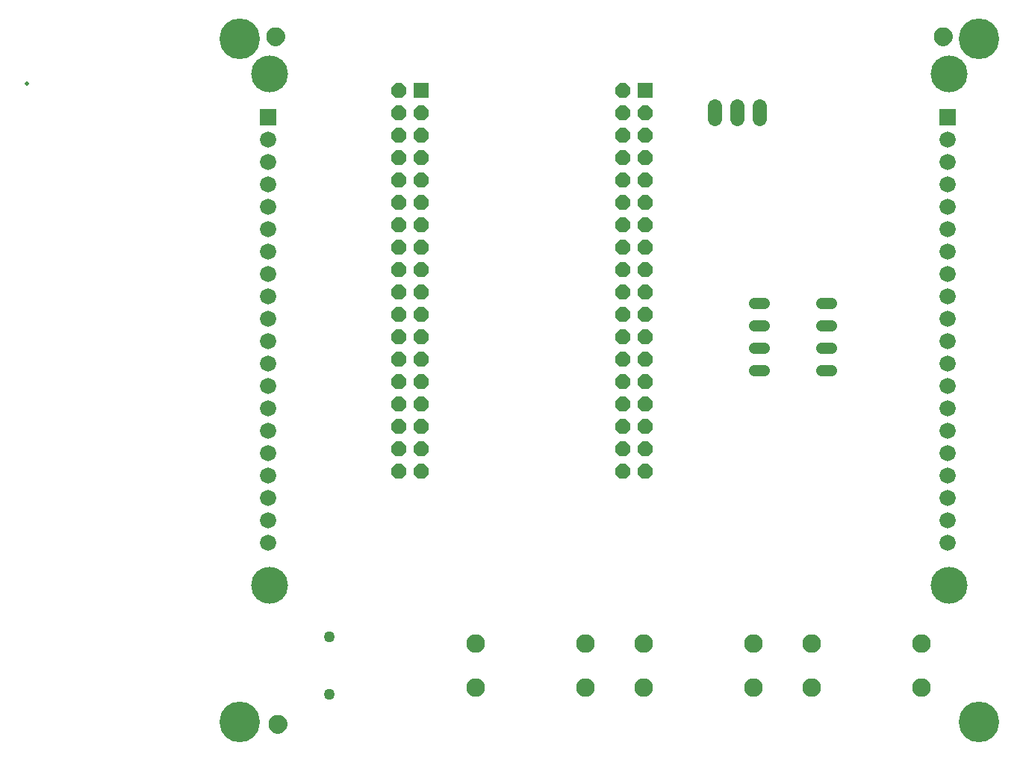
<source format=gbr>
G04 EAGLE Gerber RS-274X export*
G75*
%MOMM*%
%FSLAX34Y34*%
%LPD*%
%INSoldermask Top*%
%IPPOS*%
%AMOC8*
5,1,8,0,0,1.08239X$1,22.5*%
G01*
%ADD10C,0.502400*%
%ADD11C,1.272400*%
%ADD12C,1.574800*%
%ADD13C,2.112400*%
%ADD14R,1.676400X1.676400*%
%ADD15P,1.814519X8X292.500000*%
%ADD16R,1.828800X1.828800*%
%ADD17C,1.828800*%
%ADD18C,4.168400*%
%ADD19C,1.290319*%
%ADD20C,0.609600*%
%ADD21C,1.168400*%
%ADD22C,4.597400*%


D10*
X-215900Y749300D03*
D11*
X127000Y56400D03*
X127000Y121400D03*
D12*
X614680Y709168D02*
X614680Y723392D01*
X589280Y723392D02*
X589280Y709168D01*
X563880Y709168D02*
X563880Y723392D01*
D13*
X293100Y63900D03*
X293100Y113900D03*
X418100Y113900D03*
X418100Y63900D03*
X483600Y63900D03*
X483600Y113900D03*
X608600Y113900D03*
X608600Y63900D03*
X674100Y63900D03*
X674100Y113900D03*
X799100Y113900D03*
X799100Y63900D03*
D14*
X485400Y741000D03*
D15*
X460000Y741000D03*
X485400Y715600D03*
X460000Y715600D03*
X485400Y690200D03*
X460000Y690200D03*
X485400Y664800D03*
X460000Y664800D03*
X485400Y639400D03*
X460000Y639400D03*
X485400Y614000D03*
X460000Y614000D03*
X485400Y588600D03*
X460000Y588600D03*
X485400Y563200D03*
X460000Y563200D03*
X485400Y537800D03*
X460000Y537800D03*
X485400Y512400D03*
X460000Y512400D03*
X485400Y487000D03*
X460000Y487000D03*
X485400Y461600D03*
X460000Y461600D03*
X485400Y436200D03*
X460000Y436200D03*
X485400Y410800D03*
X460000Y410800D03*
X485400Y385400D03*
X460000Y385400D03*
X485400Y360000D03*
X460000Y360000D03*
X485400Y334600D03*
X460000Y334600D03*
X485400Y309200D03*
X460000Y309200D03*
D14*
X231400Y741000D03*
D15*
X206000Y741000D03*
X231400Y715600D03*
X206000Y715600D03*
X231400Y690200D03*
X206000Y690200D03*
X231400Y664800D03*
X206000Y664800D03*
X231400Y639400D03*
X206000Y639400D03*
X231400Y614000D03*
X206000Y614000D03*
X231400Y588600D03*
X206000Y588600D03*
X231400Y563200D03*
X206000Y563200D03*
X231400Y537800D03*
X206000Y537800D03*
X231400Y512400D03*
X206000Y512400D03*
X231400Y487000D03*
X206000Y487000D03*
X231400Y461600D03*
X206000Y461600D03*
X231400Y436200D03*
X206000Y436200D03*
X231400Y410800D03*
X206000Y410800D03*
X231400Y385400D03*
X206000Y385400D03*
X231400Y360000D03*
X206000Y360000D03*
X231400Y334600D03*
X206000Y334600D03*
X231400Y309200D03*
X206000Y309200D03*
D16*
X828040Y711200D03*
D17*
X828040Y685800D03*
X828040Y660400D03*
X828040Y635000D03*
X828040Y609600D03*
X828040Y584200D03*
X828040Y558800D03*
X828040Y533400D03*
X828040Y508000D03*
X828040Y482600D03*
X828040Y457200D03*
X828040Y431800D03*
X828040Y406400D03*
X828040Y381000D03*
X828040Y355600D03*
X828040Y330200D03*
X828040Y304800D03*
X828040Y279400D03*
X828040Y254000D03*
X828040Y228600D03*
D16*
X58040Y711200D03*
D17*
X58040Y685800D03*
X58040Y660400D03*
X58040Y635000D03*
X58040Y609600D03*
X58040Y584200D03*
X58040Y558800D03*
X58040Y533400D03*
X58040Y508000D03*
X58040Y482600D03*
X58040Y457200D03*
X58040Y431800D03*
X58040Y406400D03*
X58040Y381000D03*
X58040Y355600D03*
X58040Y330200D03*
X58040Y304800D03*
X58040Y279400D03*
X58040Y254000D03*
X58040Y228600D03*
D18*
X829740Y759900D03*
X829740Y179900D03*
X59740Y759900D03*
X59740Y179900D03*
D19*
X685190Y500380D02*
X696570Y500380D01*
X696570Y474980D02*
X685190Y474980D01*
X620370Y474980D02*
X608990Y474980D01*
X608990Y500380D02*
X620370Y500380D01*
X685190Y449580D02*
X696570Y449580D01*
X696570Y424180D02*
X685190Y424180D01*
X620370Y449580D02*
X608990Y449580D01*
X608990Y424180D02*
X620370Y424180D01*
D20*
X58420Y802640D02*
X58422Y802827D01*
X58429Y803014D01*
X58441Y803201D01*
X58457Y803387D01*
X58477Y803573D01*
X58502Y803758D01*
X58532Y803943D01*
X58566Y804127D01*
X58605Y804310D01*
X58648Y804492D01*
X58696Y804672D01*
X58748Y804852D01*
X58805Y805030D01*
X58865Y805207D01*
X58931Y805382D01*
X59000Y805556D01*
X59074Y805728D01*
X59152Y805898D01*
X59234Y806066D01*
X59320Y806232D01*
X59410Y806396D01*
X59504Y806557D01*
X59602Y806717D01*
X59704Y806873D01*
X59810Y807028D01*
X59920Y807179D01*
X60033Y807328D01*
X60150Y807474D01*
X60270Y807617D01*
X60394Y807757D01*
X60521Y807894D01*
X60652Y808028D01*
X60786Y808159D01*
X60923Y808286D01*
X61063Y808410D01*
X61206Y808530D01*
X61352Y808647D01*
X61501Y808760D01*
X61652Y808870D01*
X61807Y808976D01*
X61963Y809078D01*
X62123Y809176D01*
X62284Y809270D01*
X62448Y809360D01*
X62614Y809446D01*
X62782Y809528D01*
X62952Y809606D01*
X63124Y809680D01*
X63298Y809749D01*
X63473Y809815D01*
X63650Y809875D01*
X63828Y809932D01*
X64008Y809984D01*
X64188Y810032D01*
X64370Y810075D01*
X64553Y810114D01*
X64737Y810148D01*
X64922Y810178D01*
X65107Y810203D01*
X65293Y810223D01*
X65479Y810239D01*
X65666Y810251D01*
X65853Y810258D01*
X66040Y810260D01*
X66227Y810258D01*
X66414Y810251D01*
X66601Y810239D01*
X66787Y810223D01*
X66973Y810203D01*
X67158Y810178D01*
X67343Y810148D01*
X67527Y810114D01*
X67710Y810075D01*
X67892Y810032D01*
X68072Y809984D01*
X68252Y809932D01*
X68430Y809875D01*
X68607Y809815D01*
X68782Y809749D01*
X68956Y809680D01*
X69128Y809606D01*
X69298Y809528D01*
X69466Y809446D01*
X69632Y809360D01*
X69796Y809270D01*
X69957Y809176D01*
X70117Y809078D01*
X70273Y808976D01*
X70428Y808870D01*
X70579Y808760D01*
X70728Y808647D01*
X70874Y808530D01*
X71017Y808410D01*
X71157Y808286D01*
X71294Y808159D01*
X71428Y808028D01*
X71559Y807894D01*
X71686Y807757D01*
X71810Y807617D01*
X71930Y807474D01*
X72047Y807328D01*
X72160Y807179D01*
X72270Y807028D01*
X72376Y806873D01*
X72478Y806717D01*
X72576Y806557D01*
X72670Y806396D01*
X72760Y806232D01*
X72846Y806066D01*
X72928Y805898D01*
X73006Y805728D01*
X73080Y805556D01*
X73149Y805382D01*
X73215Y805207D01*
X73275Y805030D01*
X73332Y804852D01*
X73384Y804672D01*
X73432Y804492D01*
X73475Y804310D01*
X73514Y804127D01*
X73548Y803943D01*
X73578Y803758D01*
X73603Y803573D01*
X73623Y803387D01*
X73639Y803201D01*
X73651Y803014D01*
X73658Y802827D01*
X73660Y802640D01*
X73658Y802453D01*
X73651Y802266D01*
X73639Y802079D01*
X73623Y801893D01*
X73603Y801707D01*
X73578Y801522D01*
X73548Y801337D01*
X73514Y801153D01*
X73475Y800970D01*
X73432Y800788D01*
X73384Y800608D01*
X73332Y800428D01*
X73275Y800250D01*
X73215Y800073D01*
X73149Y799898D01*
X73080Y799724D01*
X73006Y799552D01*
X72928Y799382D01*
X72846Y799214D01*
X72760Y799048D01*
X72670Y798884D01*
X72576Y798723D01*
X72478Y798563D01*
X72376Y798407D01*
X72270Y798252D01*
X72160Y798101D01*
X72047Y797952D01*
X71930Y797806D01*
X71810Y797663D01*
X71686Y797523D01*
X71559Y797386D01*
X71428Y797252D01*
X71294Y797121D01*
X71157Y796994D01*
X71017Y796870D01*
X70874Y796750D01*
X70728Y796633D01*
X70579Y796520D01*
X70428Y796410D01*
X70273Y796304D01*
X70117Y796202D01*
X69957Y796104D01*
X69796Y796010D01*
X69632Y795920D01*
X69466Y795834D01*
X69298Y795752D01*
X69128Y795674D01*
X68956Y795600D01*
X68782Y795531D01*
X68607Y795465D01*
X68430Y795405D01*
X68252Y795348D01*
X68072Y795296D01*
X67892Y795248D01*
X67710Y795205D01*
X67527Y795166D01*
X67343Y795132D01*
X67158Y795102D01*
X66973Y795077D01*
X66787Y795057D01*
X66601Y795041D01*
X66414Y795029D01*
X66227Y795022D01*
X66040Y795020D01*
X65853Y795022D01*
X65666Y795029D01*
X65479Y795041D01*
X65293Y795057D01*
X65107Y795077D01*
X64922Y795102D01*
X64737Y795132D01*
X64553Y795166D01*
X64370Y795205D01*
X64188Y795248D01*
X64008Y795296D01*
X63828Y795348D01*
X63650Y795405D01*
X63473Y795465D01*
X63298Y795531D01*
X63124Y795600D01*
X62952Y795674D01*
X62782Y795752D01*
X62614Y795834D01*
X62448Y795920D01*
X62284Y796010D01*
X62123Y796104D01*
X61963Y796202D01*
X61807Y796304D01*
X61652Y796410D01*
X61501Y796520D01*
X61352Y796633D01*
X61206Y796750D01*
X61063Y796870D01*
X60923Y796994D01*
X60786Y797121D01*
X60652Y797252D01*
X60521Y797386D01*
X60394Y797523D01*
X60270Y797663D01*
X60150Y797806D01*
X60033Y797952D01*
X59920Y798101D01*
X59810Y798252D01*
X59704Y798407D01*
X59602Y798563D01*
X59504Y798723D01*
X59410Y798884D01*
X59320Y799048D01*
X59234Y799214D01*
X59152Y799382D01*
X59074Y799552D01*
X59000Y799724D01*
X58931Y799898D01*
X58865Y800073D01*
X58805Y800250D01*
X58748Y800428D01*
X58696Y800608D01*
X58648Y800788D01*
X58605Y800970D01*
X58566Y801153D01*
X58532Y801337D01*
X58502Y801522D01*
X58477Y801707D01*
X58457Y801893D01*
X58441Y802079D01*
X58429Y802266D01*
X58422Y802453D01*
X58420Y802640D01*
D21*
X66040Y802640D03*
D20*
X815340Y802640D02*
X815342Y802827D01*
X815349Y803014D01*
X815361Y803201D01*
X815377Y803387D01*
X815397Y803573D01*
X815422Y803758D01*
X815452Y803943D01*
X815486Y804127D01*
X815525Y804310D01*
X815568Y804492D01*
X815616Y804672D01*
X815668Y804852D01*
X815725Y805030D01*
X815785Y805207D01*
X815851Y805382D01*
X815920Y805556D01*
X815994Y805728D01*
X816072Y805898D01*
X816154Y806066D01*
X816240Y806232D01*
X816330Y806396D01*
X816424Y806557D01*
X816522Y806717D01*
X816624Y806873D01*
X816730Y807028D01*
X816840Y807179D01*
X816953Y807328D01*
X817070Y807474D01*
X817190Y807617D01*
X817314Y807757D01*
X817441Y807894D01*
X817572Y808028D01*
X817706Y808159D01*
X817843Y808286D01*
X817983Y808410D01*
X818126Y808530D01*
X818272Y808647D01*
X818421Y808760D01*
X818572Y808870D01*
X818727Y808976D01*
X818883Y809078D01*
X819043Y809176D01*
X819204Y809270D01*
X819368Y809360D01*
X819534Y809446D01*
X819702Y809528D01*
X819872Y809606D01*
X820044Y809680D01*
X820218Y809749D01*
X820393Y809815D01*
X820570Y809875D01*
X820748Y809932D01*
X820928Y809984D01*
X821108Y810032D01*
X821290Y810075D01*
X821473Y810114D01*
X821657Y810148D01*
X821842Y810178D01*
X822027Y810203D01*
X822213Y810223D01*
X822399Y810239D01*
X822586Y810251D01*
X822773Y810258D01*
X822960Y810260D01*
X823147Y810258D01*
X823334Y810251D01*
X823521Y810239D01*
X823707Y810223D01*
X823893Y810203D01*
X824078Y810178D01*
X824263Y810148D01*
X824447Y810114D01*
X824630Y810075D01*
X824812Y810032D01*
X824992Y809984D01*
X825172Y809932D01*
X825350Y809875D01*
X825527Y809815D01*
X825702Y809749D01*
X825876Y809680D01*
X826048Y809606D01*
X826218Y809528D01*
X826386Y809446D01*
X826552Y809360D01*
X826716Y809270D01*
X826877Y809176D01*
X827037Y809078D01*
X827193Y808976D01*
X827348Y808870D01*
X827499Y808760D01*
X827648Y808647D01*
X827794Y808530D01*
X827937Y808410D01*
X828077Y808286D01*
X828214Y808159D01*
X828348Y808028D01*
X828479Y807894D01*
X828606Y807757D01*
X828730Y807617D01*
X828850Y807474D01*
X828967Y807328D01*
X829080Y807179D01*
X829190Y807028D01*
X829296Y806873D01*
X829398Y806717D01*
X829496Y806557D01*
X829590Y806396D01*
X829680Y806232D01*
X829766Y806066D01*
X829848Y805898D01*
X829926Y805728D01*
X830000Y805556D01*
X830069Y805382D01*
X830135Y805207D01*
X830195Y805030D01*
X830252Y804852D01*
X830304Y804672D01*
X830352Y804492D01*
X830395Y804310D01*
X830434Y804127D01*
X830468Y803943D01*
X830498Y803758D01*
X830523Y803573D01*
X830543Y803387D01*
X830559Y803201D01*
X830571Y803014D01*
X830578Y802827D01*
X830580Y802640D01*
X830578Y802453D01*
X830571Y802266D01*
X830559Y802079D01*
X830543Y801893D01*
X830523Y801707D01*
X830498Y801522D01*
X830468Y801337D01*
X830434Y801153D01*
X830395Y800970D01*
X830352Y800788D01*
X830304Y800608D01*
X830252Y800428D01*
X830195Y800250D01*
X830135Y800073D01*
X830069Y799898D01*
X830000Y799724D01*
X829926Y799552D01*
X829848Y799382D01*
X829766Y799214D01*
X829680Y799048D01*
X829590Y798884D01*
X829496Y798723D01*
X829398Y798563D01*
X829296Y798407D01*
X829190Y798252D01*
X829080Y798101D01*
X828967Y797952D01*
X828850Y797806D01*
X828730Y797663D01*
X828606Y797523D01*
X828479Y797386D01*
X828348Y797252D01*
X828214Y797121D01*
X828077Y796994D01*
X827937Y796870D01*
X827794Y796750D01*
X827648Y796633D01*
X827499Y796520D01*
X827348Y796410D01*
X827193Y796304D01*
X827037Y796202D01*
X826877Y796104D01*
X826716Y796010D01*
X826552Y795920D01*
X826386Y795834D01*
X826218Y795752D01*
X826048Y795674D01*
X825876Y795600D01*
X825702Y795531D01*
X825527Y795465D01*
X825350Y795405D01*
X825172Y795348D01*
X824992Y795296D01*
X824812Y795248D01*
X824630Y795205D01*
X824447Y795166D01*
X824263Y795132D01*
X824078Y795102D01*
X823893Y795077D01*
X823707Y795057D01*
X823521Y795041D01*
X823334Y795029D01*
X823147Y795022D01*
X822960Y795020D01*
X822773Y795022D01*
X822586Y795029D01*
X822399Y795041D01*
X822213Y795057D01*
X822027Y795077D01*
X821842Y795102D01*
X821657Y795132D01*
X821473Y795166D01*
X821290Y795205D01*
X821108Y795248D01*
X820928Y795296D01*
X820748Y795348D01*
X820570Y795405D01*
X820393Y795465D01*
X820218Y795531D01*
X820044Y795600D01*
X819872Y795674D01*
X819702Y795752D01*
X819534Y795834D01*
X819368Y795920D01*
X819204Y796010D01*
X819043Y796104D01*
X818883Y796202D01*
X818727Y796304D01*
X818572Y796410D01*
X818421Y796520D01*
X818272Y796633D01*
X818126Y796750D01*
X817983Y796870D01*
X817843Y796994D01*
X817706Y797121D01*
X817572Y797252D01*
X817441Y797386D01*
X817314Y797523D01*
X817190Y797663D01*
X817070Y797806D01*
X816953Y797952D01*
X816840Y798101D01*
X816730Y798252D01*
X816624Y798407D01*
X816522Y798563D01*
X816424Y798723D01*
X816330Y798884D01*
X816240Y799048D01*
X816154Y799214D01*
X816072Y799382D01*
X815994Y799552D01*
X815920Y799724D01*
X815851Y799898D01*
X815785Y800073D01*
X815725Y800250D01*
X815668Y800428D01*
X815616Y800608D01*
X815568Y800788D01*
X815525Y800970D01*
X815486Y801153D01*
X815452Y801337D01*
X815422Y801522D01*
X815397Y801707D01*
X815377Y801893D01*
X815361Y802079D01*
X815349Y802266D01*
X815342Y802453D01*
X815340Y802640D01*
D21*
X822960Y802640D03*
D20*
X60960Y22860D02*
X60962Y23047D01*
X60969Y23234D01*
X60981Y23421D01*
X60997Y23607D01*
X61017Y23793D01*
X61042Y23978D01*
X61072Y24163D01*
X61106Y24347D01*
X61145Y24530D01*
X61188Y24712D01*
X61236Y24892D01*
X61288Y25072D01*
X61345Y25250D01*
X61405Y25427D01*
X61471Y25602D01*
X61540Y25776D01*
X61614Y25948D01*
X61692Y26118D01*
X61774Y26286D01*
X61860Y26452D01*
X61950Y26616D01*
X62044Y26777D01*
X62142Y26937D01*
X62244Y27093D01*
X62350Y27248D01*
X62460Y27399D01*
X62573Y27548D01*
X62690Y27694D01*
X62810Y27837D01*
X62934Y27977D01*
X63061Y28114D01*
X63192Y28248D01*
X63326Y28379D01*
X63463Y28506D01*
X63603Y28630D01*
X63746Y28750D01*
X63892Y28867D01*
X64041Y28980D01*
X64192Y29090D01*
X64347Y29196D01*
X64503Y29298D01*
X64663Y29396D01*
X64824Y29490D01*
X64988Y29580D01*
X65154Y29666D01*
X65322Y29748D01*
X65492Y29826D01*
X65664Y29900D01*
X65838Y29969D01*
X66013Y30035D01*
X66190Y30095D01*
X66368Y30152D01*
X66548Y30204D01*
X66728Y30252D01*
X66910Y30295D01*
X67093Y30334D01*
X67277Y30368D01*
X67462Y30398D01*
X67647Y30423D01*
X67833Y30443D01*
X68019Y30459D01*
X68206Y30471D01*
X68393Y30478D01*
X68580Y30480D01*
X68767Y30478D01*
X68954Y30471D01*
X69141Y30459D01*
X69327Y30443D01*
X69513Y30423D01*
X69698Y30398D01*
X69883Y30368D01*
X70067Y30334D01*
X70250Y30295D01*
X70432Y30252D01*
X70612Y30204D01*
X70792Y30152D01*
X70970Y30095D01*
X71147Y30035D01*
X71322Y29969D01*
X71496Y29900D01*
X71668Y29826D01*
X71838Y29748D01*
X72006Y29666D01*
X72172Y29580D01*
X72336Y29490D01*
X72497Y29396D01*
X72657Y29298D01*
X72813Y29196D01*
X72968Y29090D01*
X73119Y28980D01*
X73268Y28867D01*
X73414Y28750D01*
X73557Y28630D01*
X73697Y28506D01*
X73834Y28379D01*
X73968Y28248D01*
X74099Y28114D01*
X74226Y27977D01*
X74350Y27837D01*
X74470Y27694D01*
X74587Y27548D01*
X74700Y27399D01*
X74810Y27248D01*
X74916Y27093D01*
X75018Y26937D01*
X75116Y26777D01*
X75210Y26616D01*
X75300Y26452D01*
X75386Y26286D01*
X75468Y26118D01*
X75546Y25948D01*
X75620Y25776D01*
X75689Y25602D01*
X75755Y25427D01*
X75815Y25250D01*
X75872Y25072D01*
X75924Y24892D01*
X75972Y24712D01*
X76015Y24530D01*
X76054Y24347D01*
X76088Y24163D01*
X76118Y23978D01*
X76143Y23793D01*
X76163Y23607D01*
X76179Y23421D01*
X76191Y23234D01*
X76198Y23047D01*
X76200Y22860D01*
X76198Y22673D01*
X76191Y22486D01*
X76179Y22299D01*
X76163Y22113D01*
X76143Y21927D01*
X76118Y21742D01*
X76088Y21557D01*
X76054Y21373D01*
X76015Y21190D01*
X75972Y21008D01*
X75924Y20828D01*
X75872Y20648D01*
X75815Y20470D01*
X75755Y20293D01*
X75689Y20118D01*
X75620Y19944D01*
X75546Y19772D01*
X75468Y19602D01*
X75386Y19434D01*
X75300Y19268D01*
X75210Y19104D01*
X75116Y18943D01*
X75018Y18783D01*
X74916Y18627D01*
X74810Y18472D01*
X74700Y18321D01*
X74587Y18172D01*
X74470Y18026D01*
X74350Y17883D01*
X74226Y17743D01*
X74099Y17606D01*
X73968Y17472D01*
X73834Y17341D01*
X73697Y17214D01*
X73557Y17090D01*
X73414Y16970D01*
X73268Y16853D01*
X73119Y16740D01*
X72968Y16630D01*
X72813Y16524D01*
X72657Y16422D01*
X72497Y16324D01*
X72336Y16230D01*
X72172Y16140D01*
X72006Y16054D01*
X71838Y15972D01*
X71668Y15894D01*
X71496Y15820D01*
X71322Y15751D01*
X71147Y15685D01*
X70970Y15625D01*
X70792Y15568D01*
X70612Y15516D01*
X70432Y15468D01*
X70250Y15425D01*
X70067Y15386D01*
X69883Y15352D01*
X69698Y15322D01*
X69513Y15297D01*
X69327Y15277D01*
X69141Y15261D01*
X68954Y15249D01*
X68767Y15242D01*
X68580Y15240D01*
X68393Y15242D01*
X68206Y15249D01*
X68019Y15261D01*
X67833Y15277D01*
X67647Y15297D01*
X67462Y15322D01*
X67277Y15352D01*
X67093Y15386D01*
X66910Y15425D01*
X66728Y15468D01*
X66548Y15516D01*
X66368Y15568D01*
X66190Y15625D01*
X66013Y15685D01*
X65838Y15751D01*
X65664Y15820D01*
X65492Y15894D01*
X65322Y15972D01*
X65154Y16054D01*
X64988Y16140D01*
X64824Y16230D01*
X64663Y16324D01*
X64503Y16422D01*
X64347Y16524D01*
X64192Y16630D01*
X64041Y16740D01*
X63892Y16853D01*
X63746Y16970D01*
X63603Y17090D01*
X63463Y17214D01*
X63326Y17341D01*
X63192Y17472D01*
X63061Y17606D01*
X62934Y17743D01*
X62810Y17883D01*
X62690Y18026D01*
X62573Y18172D01*
X62460Y18321D01*
X62350Y18472D01*
X62244Y18627D01*
X62142Y18783D01*
X62044Y18943D01*
X61950Y19104D01*
X61860Y19268D01*
X61774Y19434D01*
X61692Y19602D01*
X61614Y19772D01*
X61540Y19944D01*
X61471Y20118D01*
X61405Y20293D01*
X61345Y20470D01*
X61288Y20648D01*
X61236Y20828D01*
X61188Y21008D01*
X61145Y21190D01*
X61106Y21373D01*
X61072Y21557D01*
X61042Y21742D01*
X61017Y21927D01*
X60997Y22113D01*
X60981Y22299D01*
X60969Y22486D01*
X60962Y22673D01*
X60960Y22860D01*
D21*
X68580Y22860D03*
D22*
X25400Y800100D03*
X863600Y800100D03*
X25400Y25400D03*
X863600Y25400D03*
M02*

</source>
